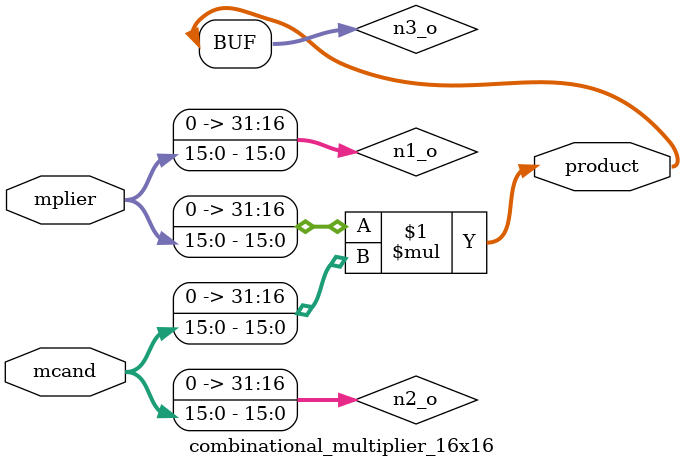
<source format=v>
module combinational_multiplier_16x16
  (input  [15:0] mplier,
   input  [15:0] mcand,
   output [31:0] product);
  wire [31:0] n1_o;
  wire [31:0] n2_o;
  wire [31:0] n3_o;
  assign product = n3_o;
  /* src/combinational_multiplier_16x16.vhd:23:54  */
  assign n1_o = {16'b0, mplier};  //  uext
  /* src/combinational_multiplier_16x16.vhd:23:54  */
  assign n2_o = {16'b0, mcand};  //  uext
  /* src/combinational_multiplier_16x16.vhd:23:54  */
  assign n3_o = n1_o * n2_o; // umul
endmodule


</source>
